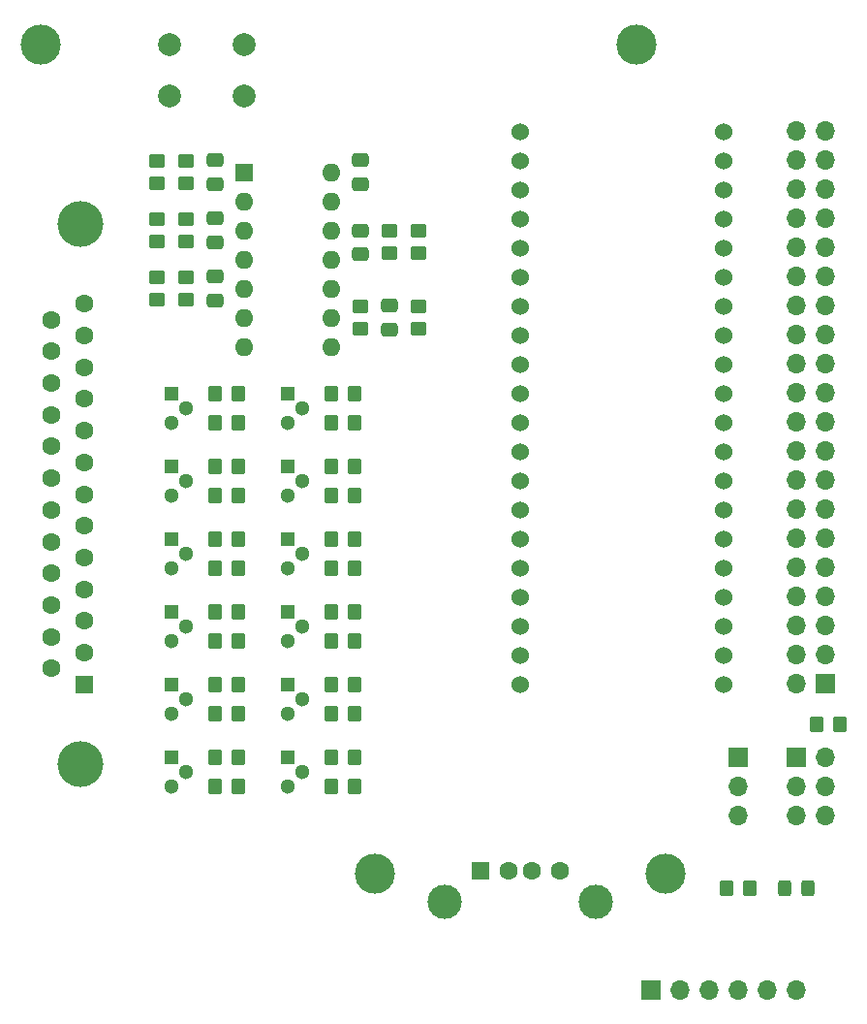
<source format=gbr>
%TF.GenerationSoftware,KiCad,Pcbnew,(6.0.7)*%
%TF.CreationDate,2022-10-09T19:07:04-07:00*%
%TF.ProjectId,PicoBOB,5069636f-424f-4422-9e6b-696361645f70,rev?*%
%TF.SameCoordinates,Original*%
%TF.FileFunction,Soldermask,Top*%
%TF.FilePolarity,Negative*%
%FSLAX46Y46*%
G04 Gerber Fmt 4.6, Leading zero omitted, Abs format (unit mm)*
G04 Created by KiCad (PCBNEW (6.0.7)) date 2022-10-09 19:07:04*
%MOMM*%
%LPD*%
G01*
G04 APERTURE LIST*
G04 Aperture macros list*
%AMRoundRect*
0 Rectangle with rounded corners*
0 $1 Rounding radius*
0 $2 $3 $4 $5 $6 $7 $8 $9 X,Y pos of 4 corners*
0 Add a 4 corners polygon primitive as box body*
4,1,4,$2,$3,$4,$5,$6,$7,$8,$9,$2,$3,0*
0 Add four circle primitives for the rounded corners*
1,1,$1+$1,$2,$3*
1,1,$1+$1,$4,$5*
1,1,$1+$1,$6,$7*
1,1,$1+$1,$8,$9*
0 Add four rect primitives between the rounded corners*
20,1,$1+$1,$2,$3,$4,$5,0*
20,1,$1+$1,$4,$5,$6,$7,0*
20,1,$1+$1,$6,$7,$8,$9,0*
20,1,$1+$1,$8,$9,$2,$3,0*%
G04 Aperture macros list end*
%ADD10RoundRect,0.250000X-0.450000X0.350000X-0.450000X-0.350000X0.450000X-0.350000X0.450000X0.350000X0*%
%ADD11RoundRect,0.250000X0.350000X0.450000X-0.350000X0.450000X-0.350000X-0.450000X0.350000X-0.450000X0*%
%ADD12RoundRect,0.250000X0.450000X-0.350000X0.450000X0.350000X-0.450000X0.350000X-0.450000X-0.350000X0*%
%ADD13R,1.300000X1.300000*%
%ADD14C,1.300000*%
%ADD15RoundRect,0.250000X0.475000X-0.337500X0.475000X0.337500X-0.475000X0.337500X-0.475000X-0.337500X0*%
%ADD16RoundRect,0.250000X-0.350000X-0.450000X0.350000X-0.450000X0.350000X0.450000X-0.350000X0.450000X0*%
%ADD17C,4.000000*%
%ADD18R,1.600000X1.600000*%
%ADD19C,1.600000*%
%ADD20C,3.500000*%
%ADD21C,2.000000*%
%ADD22R,1.600000X1.500000*%
%ADD23C,3.000000*%
%ADD24R,1.700000X1.700000*%
%ADD25O,1.700000X1.700000*%
%ADD26O,1.600000X1.600000*%
%ADD27C,1.524000*%
%ADD28RoundRect,0.250000X-0.475000X0.337500X-0.475000X-0.337500X0.475000X-0.337500X0.475000X0.337500X0*%
%ADD29RoundRect,0.250000X0.325000X0.450000X-0.325000X0.450000X-0.325000X-0.450000X0.325000X-0.450000X0*%
G04 APERTURE END LIST*
D10*
%TO.C,R7*%
X90170000Y-117840000D03*
X90170000Y-119840000D03*
%TD*%
D11*
%TO.C,R_Xs_83*%
X74390000Y-157480000D03*
X72390000Y-157480000D03*
%TD*%
%TO.C,R_As_83*%
X74390000Y-132080000D03*
X72390000Y-132080000D03*
%TD*%
D12*
%TO.C,R70*%
X69850000Y-118840000D03*
X69850000Y-116840000D03*
%TD*%
D10*
%TO.C,R65*%
X67310000Y-111760000D03*
X67310000Y-113760000D03*
%TD*%
D13*
%TO.C,Q_EN_13*%
X78740000Y-163830000D03*
D14*
X80010000Y-165100000D03*
X78740000Y-166370000D03*
%TD*%
D11*
%TO.C,R_Bd_83*%
X84550000Y-151130000D03*
X82550000Y-151130000D03*
%TD*%
D15*
%TO.C,C50*%
X72390000Y-118877500D03*
X72390000Y-116802500D03*
%TD*%
D12*
%TO.C,R74*%
X69850000Y-123920000D03*
X69850000Y-121920000D03*
%TD*%
D16*
%TO.C,R_EN_56*%
X82550000Y-166370000D03*
X84550000Y-166370000D03*
%TD*%
%TO.C,R_Yd_56*%
X82550000Y-147320000D03*
X84550000Y-147320000D03*
%TD*%
D11*
%TO.C,R_PWM_83*%
X74390000Y-163830000D03*
X72390000Y-163830000D03*
%TD*%
%TO.C,R_Zd_83*%
X84550000Y-138430000D03*
X82550000Y-138430000D03*
%TD*%
D15*
%TO.C,C53*%
X87630000Y-126497500D03*
X87630000Y-124422500D03*
%TD*%
D13*
%TO.C,Q_As_13*%
X68580000Y-132080000D03*
D14*
X69850000Y-133350000D03*
X68580000Y-134620000D03*
%TD*%
D17*
%TO.C,J1*%
X60660000Y-164410000D03*
X60660000Y-117310000D03*
D18*
X60960000Y-157480000D03*
D19*
X60960000Y-154710000D03*
X60960000Y-151940000D03*
X60960000Y-149170000D03*
X60960000Y-146400000D03*
X60960000Y-143630000D03*
X60960000Y-140860000D03*
X60960000Y-138090000D03*
X60960000Y-135320000D03*
X60960000Y-132550000D03*
X60960000Y-129780000D03*
X60960000Y-127010000D03*
X60960000Y-124240000D03*
X58120000Y-156095000D03*
X58120000Y-153325000D03*
X58120000Y-150555000D03*
X58120000Y-147785000D03*
X58120000Y-145015000D03*
X58120000Y-142245000D03*
X58120000Y-139475000D03*
X58120000Y-136705000D03*
X58120000Y-133935000D03*
X58120000Y-131165000D03*
X58120000Y-128395000D03*
X58120000Y-125625000D03*
%TD*%
D15*
%TO.C,C20*%
X85052500Y-119915000D03*
X85052500Y-117840000D03*
%TD*%
D11*
%TO.C,R_Xd_83*%
X84550000Y-157480000D03*
X82550000Y-157480000D03*
%TD*%
D13*
%TO.C,Q_Xd_13*%
X78740000Y-157480000D03*
D14*
X80010000Y-158750000D03*
X78740000Y-160020000D03*
%TD*%
D20*
%TO.C,REF\u002A\u002A*%
X57150000Y-101600000D03*
%TD*%
D16*
%TO.C,R10*%
X117110000Y-175260000D03*
X119110000Y-175260000D03*
%TD*%
D11*
%TO.C,R_Yd_83*%
X84550000Y-144780000D03*
X82550000Y-144780000D03*
%TD*%
%TO.C,R_Ad_83*%
X84550000Y-132080000D03*
X82550000Y-132080000D03*
%TD*%
D21*
%TO.C,SW1*%
X68430000Y-101600000D03*
X74930000Y-101600000D03*
X68430000Y-106100000D03*
X74930000Y-106100000D03*
%TD*%
D10*
%TO.C,R73*%
X67310000Y-121920000D03*
X67310000Y-123920000D03*
%TD*%
D22*
%TO.C,J40*%
X95560000Y-173710000D03*
D19*
X98060000Y-173710000D03*
X100060000Y-173710000D03*
X102560000Y-173710000D03*
D23*
X92490000Y-176420000D03*
X105630000Y-176420000D03*
%TD*%
D11*
%TO.C,R_Ys_83*%
X74390000Y-144780000D03*
X72390000Y-144780000D03*
%TD*%
D16*
%TO.C,R_Xs_56*%
X72390000Y-160020000D03*
X74390000Y-160020000D03*
%TD*%
%TO.C,R_As_56*%
X72390000Y-134620000D03*
X74390000Y-134620000D03*
%TD*%
%TO.C,R_Ys_56*%
X72390000Y-147320000D03*
X74390000Y-147320000D03*
%TD*%
D12*
%TO.C,R66*%
X69850000Y-113760000D03*
X69850000Y-111760000D03*
%TD*%
D16*
%TO.C,R_PWM_56*%
X72390000Y-166370000D03*
X74390000Y-166370000D03*
%TD*%
D11*
%TO.C,R_Bs_83*%
X74390000Y-151130000D03*
X72390000Y-151130000D03*
%TD*%
D16*
%TO.C,R_Xd_56*%
X82550000Y-160020000D03*
X84550000Y-160020000D03*
%TD*%
D24*
%TO.C,J32*%
X118110000Y-163830000D03*
D25*
X118110000Y-166370000D03*
X118110000Y-168910000D03*
%TD*%
D24*
%TO.C,J30*%
X123190000Y-163830000D03*
D25*
X125730000Y-163830000D03*
X123190000Y-166370000D03*
X125730000Y-166370000D03*
X123190000Y-168910000D03*
X125730000Y-168910000D03*
%TD*%
D16*
%TO.C,R_Bd_56*%
X82550000Y-153670000D03*
X84550000Y-153670000D03*
%TD*%
D24*
%TO.C,J2*%
X110490000Y-184150000D03*
D25*
X113030000Y-184150000D03*
X115570000Y-184150000D03*
X118110000Y-184150000D03*
X120650000Y-184150000D03*
X123190000Y-184150000D03*
%TD*%
D18*
%TO.C,U18*%
X74930000Y-112760000D03*
D26*
X74930000Y-115300000D03*
X74930000Y-117840000D03*
X74930000Y-120380000D03*
X74930000Y-122920000D03*
X74930000Y-125460000D03*
X74930000Y-128000000D03*
X82550000Y-128000000D03*
X82550000Y-125460000D03*
X82550000Y-122920000D03*
X82550000Y-120380000D03*
X82550000Y-117840000D03*
X82550000Y-115300000D03*
X82550000Y-112760000D03*
%TD*%
D13*
%TO.C,Q_PWM_13*%
X68580000Y-163830000D03*
D14*
X69850000Y-165100000D03*
X68580000Y-166370000D03*
%TD*%
D27*
%TO.C,U30*%
X116840000Y-157480000D03*
X116840000Y-154940000D03*
X116840000Y-152400000D03*
X116840000Y-149860000D03*
X116840000Y-147320000D03*
X116840000Y-144780000D03*
X116840000Y-142240000D03*
X116840000Y-139700000D03*
X116840000Y-137160000D03*
X116840000Y-134620000D03*
X116840000Y-132080000D03*
X116840000Y-129540000D03*
X116840000Y-127000000D03*
X116840000Y-124460000D03*
X116840000Y-121920000D03*
X116840000Y-119380000D03*
X116840000Y-116840000D03*
X116840000Y-114300000D03*
X116840000Y-111760000D03*
X116840000Y-109220000D03*
X99060000Y-109220000D03*
X99060000Y-111760000D03*
X99060000Y-114300000D03*
X99060000Y-116840000D03*
X99060000Y-119380000D03*
X99060000Y-121920000D03*
X99060000Y-124460000D03*
X99060000Y-127000000D03*
X99060000Y-129540000D03*
X99060000Y-132080000D03*
X99060000Y-134620000D03*
X99060000Y-137160000D03*
X99060000Y-139700000D03*
X99060000Y-142240000D03*
X99060000Y-144780000D03*
X99060000Y-147320000D03*
X99060000Y-149860000D03*
X99060000Y-152400000D03*
X99060000Y-154940000D03*
X99060000Y-157480000D03*
%TD*%
D13*
%TO.C,Q_Zd_13*%
X78740000Y-138430000D03*
D14*
X80010000Y-139700000D03*
X78740000Y-140970000D03*
%TD*%
D20*
%TO.C,REF\u002A\u002A*%
X86360000Y-173990000D03*
%TD*%
D15*
%TO.C,C51*%
X72390000Y-123957500D03*
X72390000Y-121882500D03*
%TD*%
D13*
%TO.C,Q_Bs_13*%
X68580000Y-151130000D03*
D14*
X69850000Y-152400000D03*
X68580000Y-153670000D03*
%TD*%
D13*
%TO.C,Q_Yd_13*%
X78740000Y-144780000D03*
D14*
X80010000Y-146050000D03*
X78740000Y-147320000D03*
%TD*%
D12*
%TO.C,R9*%
X87592500Y-119840000D03*
X87592500Y-117840000D03*
%TD*%
D28*
%TO.C,C48*%
X85090000Y-111722500D03*
X85090000Y-113797500D03*
%TD*%
D16*
%TO.C,R20*%
X125000000Y-161000000D03*
X127000000Y-161000000D03*
%TD*%
D10*
%TO.C,R75*%
X85090000Y-124460000D03*
X85090000Y-126460000D03*
%TD*%
D11*
%TO.C,R_EN_83*%
X84550000Y-163830000D03*
X82550000Y-163830000D03*
%TD*%
D16*
%TO.C,R_Ad_56*%
X82550000Y-134620000D03*
X84550000Y-134620000D03*
%TD*%
D13*
%TO.C,Q_Ad_13*%
X78740000Y-132080000D03*
D14*
X80010000Y-133350000D03*
X78740000Y-134620000D03*
%TD*%
D10*
%TO.C,R69*%
X67310000Y-116840000D03*
X67310000Y-118840000D03*
%TD*%
D13*
%TO.C,Q_Zs_13*%
X68580000Y-138430000D03*
D14*
X69850000Y-139700000D03*
X68580000Y-140970000D03*
%TD*%
D29*
%TO.C,D1*%
X124215000Y-175260000D03*
X122165000Y-175260000D03*
%TD*%
D11*
%TO.C,R_Zs_83*%
X74390000Y-138430000D03*
X72390000Y-138430000D03*
%TD*%
D16*
%TO.C,R_Bs_56*%
X72390000Y-153670000D03*
X74390000Y-153670000D03*
%TD*%
D12*
%TO.C,R76*%
X90170000Y-126460000D03*
X90170000Y-124460000D03*
%TD*%
D20*
%TO.C,REF\u002A\u002A*%
X111760000Y-173990000D03*
%TD*%
D15*
%TO.C,C49*%
X72390000Y-113797500D03*
X72390000Y-111722500D03*
%TD*%
D13*
%TO.C,Q_Bd_13*%
X78740000Y-151130000D03*
D14*
X80010000Y-152400000D03*
X78740000Y-153670000D03*
%TD*%
D20*
%TO.C,REF\u002A\u002A*%
X109220000Y-101600000D03*
%TD*%
D14*
%TO.C,Q_Ys_13*%
X68580000Y-147320000D03*
X69850000Y-146050000D03*
D13*
X68580000Y-144780000D03*
%TD*%
%TO.C,Q_Xs_13*%
X68580000Y-157480000D03*
D14*
X69850000Y-158750000D03*
X68580000Y-160020000D03*
%TD*%
D16*
%TO.C,R_Zs_56*%
X72390000Y-140970000D03*
X74390000Y-140970000D03*
%TD*%
%TO.C,R_Zd_56*%
X82550000Y-140970000D03*
X84550000Y-140970000D03*
%TD*%
D24*
%TO.C,J31*%
X125730000Y-157450000D03*
D25*
X123190000Y-157450000D03*
X125730000Y-154910000D03*
X123190000Y-154910000D03*
X125730000Y-152370000D03*
X123190000Y-152370000D03*
X125730000Y-149830000D03*
X123190000Y-149830000D03*
X125730000Y-147290000D03*
X123190000Y-147290000D03*
X125730000Y-144750000D03*
X123190000Y-144750000D03*
X125730000Y-142210000D03*
X123190000Y-142210000D03*
X125730000Y-139670000D03*
X123190000Y-139670000D03*
X125730000Y-137130000D03*
X123190000Y-137130000D03*
X125730000Y-134590000D03*
X123190000Y-134590000D03*
X125730000Y-132050000D03*
X123190000Y-132050000D03*
X125730000Y-129510000D03*
X123190000Y-129510000D03*
X125730000Y-126970000D03*
X123190000Y-126970000D03*
X125730000Y-124430000D03*
X123190000Y-124430000D03*
X125730000Y-121890000D03*
X123190000Y-121890000D03*
X125730000Y-119350000D03*
X123190000Y-119350000D03*
X125730000Y-116810000D03*
X123190000Y-116810000D03*
X125730000Y-114270000D03*
X123190000Y-114270000D03*
X125730000Y-111730000D03*
X123190000Y-111730000D03*
X125730000Y-109190000D03*
X123190000Y-109190000D03*
%TD*%
M02*

</source>
